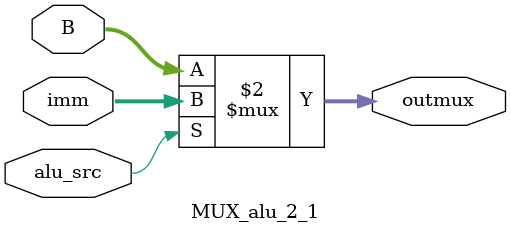
<source format=v>
`timescale 1ns / 1ps


module MUX_alu_2_1(
        input[15:0] B, imm,input alu_src, output [15:0] outmux
    );
    assign outmux = (alu_src == 0) ? B : imm;
endmodule

</source>
